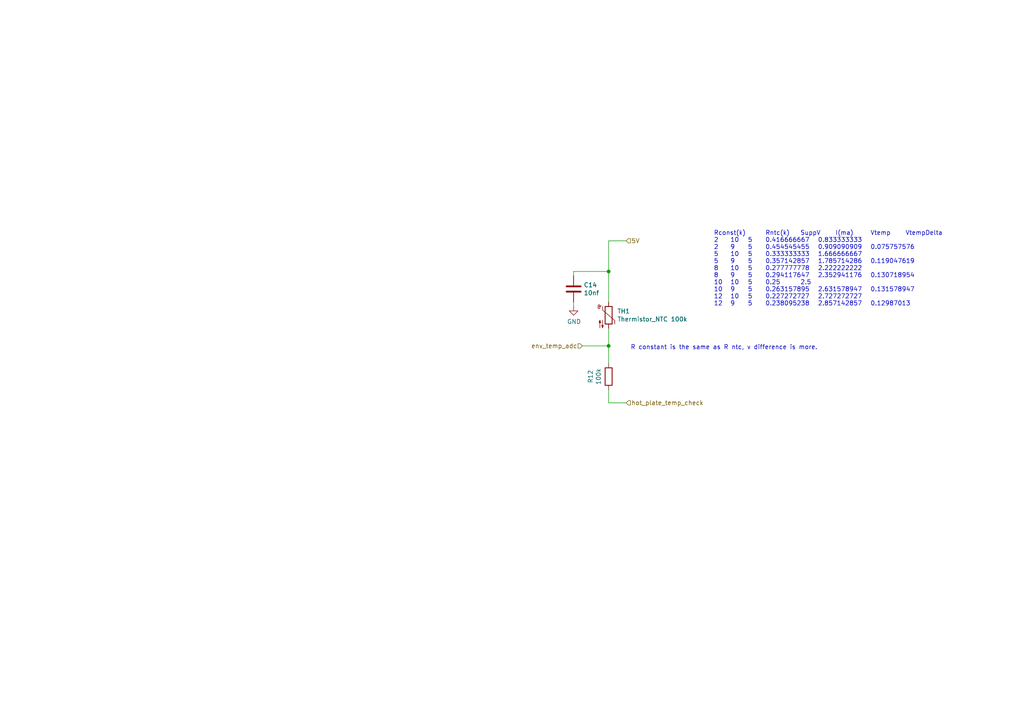
<source format=kicad_sch>
(kicad_sch (version 20211123) (generator eeschema)
  (paper "A4")
  (lib_symbols
    (symbol "Device:C" (pin_numbers hide) (pin_names (offset 0.254))
      (property "Reference" "C" (at 0.635 2.54 0))
      (property "Value" "C" (at 0.635 -2.54 0))
      (symbol "C_0_1"
        (polyline (pts (xy -2.032 -0.762) (xy 2.032 -0.762)) (stroke (width 0.508)))
        (polyline (pts (xy -2.032 0.762) (xy 2.032 0.762)) (stroke (width 0.508)))
      )
      (symbol "C_1_1"
        (pin passive line (at 0 3.81 270) (length 2.794) (name "~") (number "1"))
        (pin passive line (at 0 -3.81 90) (length 2.794) (name "~") (number "2"))
      )
    )
    (symbol "Device:R" (pin_numbers hide) (pin_names (offset 0))
      (property "Reference" "R" (at 2.032 0 90))
      (property "Value" "R" (at 0 0 90))
      (symbol "R_0_1"
        (rectangle (start -1.016 -2.54) (end 1.016 2.54) (stroke (width 0.254)))
      )
      (symbol "R_1_1"
        (pin passive line (at 0 3.81 270) (length 1.27) (name "~") (number "1"))
        (pin passive line (at 0 -3.81 90) (length 1.27) (name "~") (number "2"))
      )
    )
    (symbol "Device:Thermistor_NTC" (pin_numbers hide) (pin_names (offset 0))
      (property "Reference" "TH" (at -4.445 0 90))
      (property "Value" "Thermistor_NTC" (at 3.175 0 90))
      (symbol "Thermistor_NTC_0_1"
        (arc (start -3.048 2.159) (mid -3.0495 2.3143) (end -3.175 2.413))
        (arc (start -3.048 2.159) (mid -2.9736 1.9794) (end -2.794 1.905))
        (arc (start -3.048 2.794) (mid -2.9736 2.6144) (end -2.794 2.54))
        (arc (start -2.794 1.905) (mid -2.6144 1.9794) (end -2.54 2.159))
        (arc (start -2.794 2.54) (mid -2.4393 2.5587) (end -2.159 2.794))
        (arc (start -2.794 3.048) (mid -2.9736 2.9736) (end -3.048 2.794))
        (arc (start -2.54 2.794) (mid -2.6144 2.9736) (end -2.794 3.048))
        (rectangle (start -1.016 2.54) (end 1.016 -2.54) (stroke (width 0.254)))
        (polyline (pts (xy -2.54 2.159) (xy -2.54 2.794)))
        (polyline (pts (xy -1.778 2.54) (xy -1.778 1.524) (xy 1.778 -1.524) (xy 1.778 -2.54)))
        (polyline (pts (xy -2.54 -3.683) (xy -2.54 -1.397) (xy -2.794 -2.159) (xy -2.286 -2.159) (xy -2.54 -1.397) (xy -2.54 -1.651)) (fill (type outline)))
        (polyline (pts (xy -1.778 -1.397) (xy -1.778 -3.683) (xy -2.032 -2.921) (xy -1.524 -2.921) (xy -1.778 -3.683) (xy -1.778 -3.429)) (fill (type outline)))
      )
      (symbol "Thermistor_NTC_1_1"
        (pin passive line (at 0 3.81 270) (length 1.27) (name "~") (number "1"))
        (pin passive line (at 0 -3.81 90) (length 1.27) (name "~") (number "2"))
      )
    )
    (symbol "power:GND" (power) (pin_names (offset 0))
      (property "Value" "GND" (at 0 -3.81 0))
      (symbol "GND_0_1"
        (polyline (pts (xy 0 0) (xy 0 -1.27) (xy 1.27 -1.27) (xy 0 -2.54) (xy -1.27 -1.27) (xy 0 -1.27)))
      )
      (symbol "GND_1_1"
        (pin power_in line (at 0 0 270) (length 0) hide (name "GND") (number "1"))
      )
    )
  )
  (junction (at 176.53 100.33))
  (junction (at 176.53 78.74))
  (wire (pts (xy 176.53 100.33) (xy 176.53 105.41)))
  (wire (pts (xy 176.53 69.85) (xy 176.53 78.74)))
  (wire (pts (xy 181.61 69.85) (xy 176.53 69.85)))
  (wire (pts (xy 176.53 95.25) (xy 176.53 100.33)))
  (wire (pts (xy 166.37 80.01) (xy 166.37 78.74)))
  (wire (pts (xy 166.37 88.9) (xy 166.37 87.63)))
  (wire (pts (xy 166.37 78.74) (xy 176.53 78.74)))
  (wire (pts (xy 168.91 100.33) (xy 176.53 100.33)))
  (wire (pts (xy 176.53 113.03) (xy 176.53 116.84)))
  (wire (pts (xy 176.53 78.74) (xy 176.53 87.63)))
  (wire (pts (xy 181.61 116.84) (xy 176.53 116.84)))
  (text "R constant is the same as R ntc, v difference is more." (at 182.88 101.6 0) (effects (font (size 1.27 1.27)) (justify left bottom)))
  (text "Rconst(k)	Rntc(k)	SuppV	I(ma)	Vtemp	VtempDelta\n2	10	5	0.416666667	0.833333333	\n2	9	5	0.454545455	0.909090909	0.075757576\n5	10	5	0.333333333	1.666666667	\n5	9	5	0.357142857	1.785714286	0.119047619\n8	10	5	0.277777778	2.222222222	\n8	9	5	0.294117647	2.352941176	0.130718954\n10	10	5	0.25	2.5	\n10	9	5	0.263157895	2.631578947	0.131578947\n12	10	5	0.227272727	2.727272727	\n12	9	5	0.238095238	2.857142857	0.12987013\n" (at 207.01 88.9 0) (effects (font (size 1.27 1.27)) (justify left bottom)))
  (hierarchical_label "env_temp_adc" (shape input) (at 168.91 100.33 180))
  (hierarchical_label "hot_plate_temp_check" (shape input) (at 181.61 116.84 0))
  (hierarchical_label "5V" (shape input) (at 181.61 69.85 0))
  (symbol (lib_id "Device:Thermistor_NTC") (at 176.53 91.44 0) (unit 1)
    (property "Reference" "TH1" (at 179.0192 90.2716 0) (effects (justify left)))
    (property "Value" "Thermistor_NTC 100k" (at 179.0192 92.583 0) (effects (justify left)))
    (property "Footprint" "Resistor_THT:R_Axial_DIN0207_L6.3mm_D2.5mm_P15.24mm_Horizontal" (effects hide))
  )
  (symbol (lib_id "Device:R") (at 176.53 109.22 0) (unit 1)
    (property "Reference" "R12" (at 171.2722 109.22 90))
    (property "Value" "100k" (at 173.5836 109.22 90))
    (property "Footprint" "myFootPrintLibs:R_C_0805_2012Metric_Pad1.20x1.50mm_HandSolder" (effects hide))
  )
  (symbol (lib_id "Device:C") (at 166.37 83.82 0) (unit 1)
    (property "Reference" "C14" (at 169.291 82.6516 0) (effects (justify left)))
    (property "Value" "10nf" (at 169.291 84.963 0) (effects (justify left)))
    (property "Footprint" "myFootPrintLibs:R_C_0805_2012Metric_Pad1.20x1.50mm_HandSolder" (effects hide))
  )
  (symbol (lib_id "power:GND") (at 166.37 88.9 0) (unit 1)
    (property "Reference" "#PWR026" (effects hide))
    (property "Value" "GND" (at 166.497 93.2942 0))
  )
)
</source>
